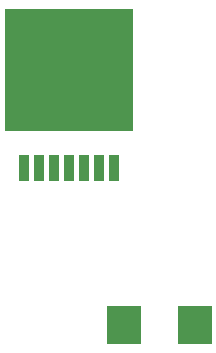
<source format=gbr>
%TF.GenerationSoftware,KiCad,Pcbnew,8.0.1-rc1*%
%TF.CreationDate,2024-10-01T13:14:16-07:00*%
%TF.ProjectId,LM2670-ADJ-Carrier-Set-SMD,4c4d3236-3730-42d4-9144-4a2d43617272,rev?*%
%TF.SameCoordinates,Original*%
%TF.FileFunction,Paste,Top*%
%TF.FilePolarity,Positive*%
%FSLAX46Y46*%
G04 Gerber Fmt 4.6, Leading zero omitted, Abs format (unit mm)*
G04 Created by KiCad (PCBNEW 8.0.1-rc1) date 2024-10-01 13:14:16*
%MOMM*%
%LPD*%
G01*
G04 APERTURE LIST*
%ADD10R,2.850000X3.300000*%
%ADD11R,0.910000X2.160000*%
%ADD12R,10.800000X10.410000*%
G04 APERTURE END LIST*
D10*
%TO.C,L1*%
X146853314Y-112641863D03*
X152803314Y-112641863D03*
%TD*%
D11*
%TO.C,IC1*%
X138351749Y-99356800D03*
X139621749Y-99356800D03*
X140891749Y-99356800D03*
X142161749Y-99356800D03*
X143431749Y-99356800D03*
X144701749Y-99356800D03*
X145971749Y-99356800D03*
D12*
X142161749Y-91036800D03*
%TD*%
M02*

</source>
